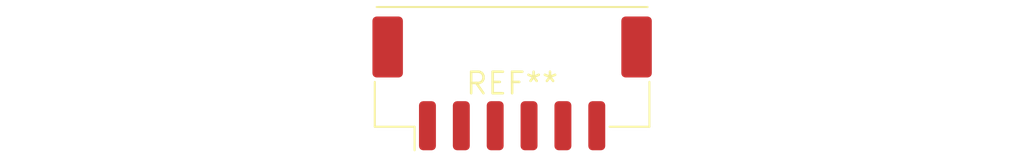
<source format=kicad_pcb>
(kicad_pcb (version 20240108) (generator pcbnew)
  (layers (0 "F.Cu" signal) (31 "B.Cu" signal) (34 "B.Paste" user) (35 "F.Paste" user) (36 "B.SilkS" user "B.Silkscreen") (37 "F.SilkS" user "F.Silkscreen") (38 "B.Mask" user) (39 "F.Mask" user) (44 "Edge.Cuts" user))
  (net 0 "")
  (footprint "Molex_CLIK-Mate_502443-0670_1x06-1MP_P2.00mm_Vertical" (layer "F.Cu") (at 0 0)
    (property "Reference" "REF**")
    (property "Value" "Molex_CLIK-Mate_502443-0670_1x06-1MP_P2.00mm_Vertical")
    (fp_line (start -8.11 -0.09) (end -8.11 2.56) (layer "F.SilkS") (stroke (width 0.12)))
    (fp_line (start -8.11 2.56) (end -5.76 2.56) (layer "F.SilkS") (stroke (width 0.12)))
    (fp_line (start -8 -4.51) (end 8 -4.51) (layer "F.SilkS") (stroke (width 0.12)))
    (fp_line (start -5.76 2.56) (end -5.76 3.95) (layer "F.SilkS") (stroke (width 0.12)))
    (fp_line (start 8.11 -0.09) (end 8.11 2.56) (layer "F.SilkS") (stroke (width 0.12)))
    (fp_line (start 8.11 2.56) (end 5.76 2.56) (layer "F.SilkS") (stroke (width 0.12)))
    (pad "1" smd roundrect (at -5 2.5) (size 1 2.9) (layers "F.Cu" "F.Paste" "F.Mask"))
    (pad "2" smd roundrect (at -3 2.5) (size 1 2.9) (layers "F.Cu" "F.Paste" "F.Mask"))
    (pad "3" smd roundrect (at -1 2.5) (size 1 2.9) (layers "F.Cu" "F.Paste" "F.Mask"))
    (pad "4" smd roundrect (at 1 2.5) (size 1 2.9) (layers "F.Cu" "F.Paste" "F.Mask"))
    (pad "5" smd roundrect (at 3 2.5) (size 1 2.9) (layers "F.Cu" "F.Paste" "F.Mask"))
    (pad "6" smd roundrect (at 5 2.5) (size 1 2.9) (layers "F.Cu" "F.Paste" "F.Mask"))
    (pad "MP" smd roundrect (at -7.35 -2.15) (size 1.8 3.6) (layers "F.Cu" "F.Paste" "F.Mask") (roundrect_rratio 0.138889))
    (pad "MP" smd roundrect (at 7.35 -2.15) (size 1.8 3.6) (layers "F.Cu" "F.Paste" "F.Mask") (roundrect_rratio 0.138889))
  )
)
</source>
